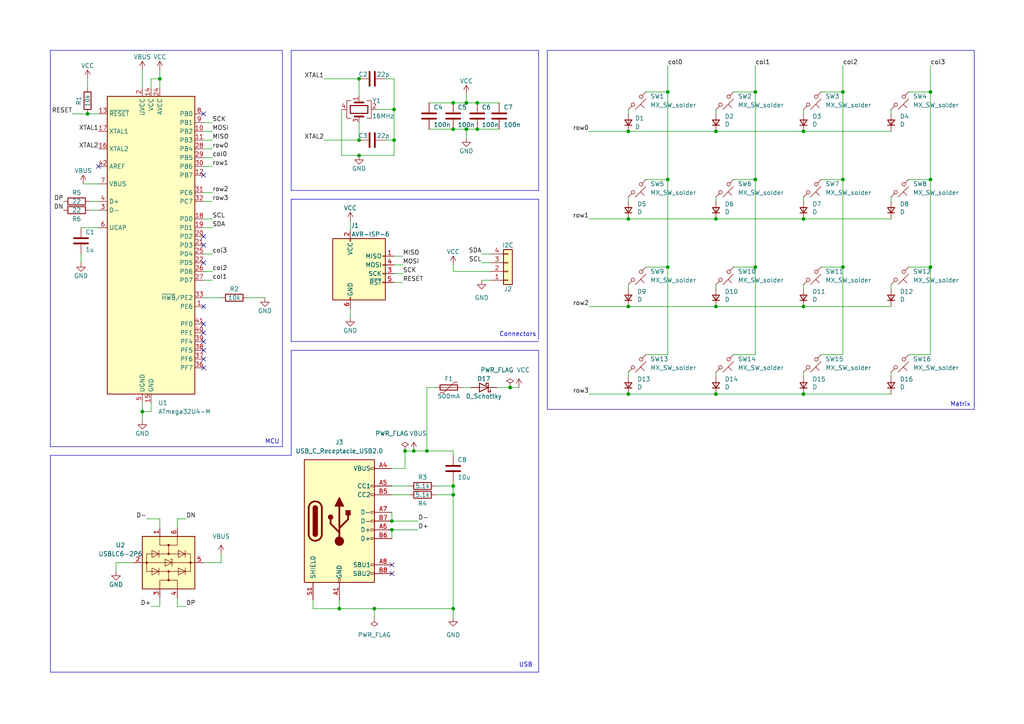
<source format=kicad_sch>
(kicad_sch (version 20230121) (generator eeschema)
  (paper "A4")
  (title_block (title "SIMP") (date "2023-05-16") (rev "1.0.0") (company "leonbcode") (comment 1 "simple macropad"))
  (lib_symbols
    (symbol "Connector:AVR-ISP-6" (pin_names (offset 1.016))
      (property "Reference" "J" (at -6.35 11.43 0))
      (property "Value" "AVR-ISP-6" (at 0 11.43 0))
      (symbol "AVR-ISP-6_0_1"
        (rectangle (start -2.667 -6.858) (end -2.413 -7.62))
        (rectangle (start -2.667 10.16) (end -2.413 9.398))
        (rectangle (start 7.62 -2.413) (end 6.858 -2.667))
        (rectangle (start 7.62 0.127) (end 6.858 -0.127))
        (rectangle (start 7.62 2.667) (end 6.858 2.413))
        (rectangle (start 7.62 5.207) (end 6.858 4.953))
        (rectangle (start 7.62 10.16) (end -7.62 -7.62) (stroke (width 0.254)) (fill (type background)))
      )
      (symbol "AVR-ISP-6_1_1"
        (pin passive line (at 10.16 5.08 180) (length 2.54) (name "MISO") (number "1"))
        (pin passive line (at -2.54 12.7 270) (length 2.54) (name "VCC") (number "2"))
        (pin passive line (at 10.16 0 180) (length 2.54) (name "SCK") (number "3"))
        (pin passive line (at 10.16 2.54 180) (length 2.54) (name "MOSI") (number "4"))
        (pin passive line (at 10.16 -2.54 180) (length 2.54) (name "~{RST}") (number "5"))
        (pin passive line (at -2.54 -10.16 90) (length 2.54) (name "GND") (number "6"))
      )
    )
    (symbol "Connector:USB_C_Receptacle_USB2.0" (pin_names (offset 1.016))
      (property "Reference" "J" (at -10.16 19.05 0))
      (property "Value" "USB_C_Receptacle_USB2.0" (at 19.05 19.05 0))
      (symbol "USB_C_Receptacle_USB2.0_0_0"
        (rectangle (start -0.254 -17.78) (end 0.254 -16.764))
        (rectangle (start 10.16 -14.986) (end 9.144 -15.494))
        (rectangle (start 10.16 -12.446) (end 9.144 -12.954))
        (rectangle (start 10.16 -4.826) (end 9.144 -5.334))
        (rectangle (start 10.16 -2.286) (end 9.144 -2.794))
        (rectangle (start 10.16 0.254) (end 9.144 -0.254))
        (rectangle (start 10.16 2.794) (end 9.144 2.286))
        (rectangle (start 10.16 7.874) (end 9.144 7.366))
        (rectangle (start 10.16 10.414) (end 9.144 9.906))
        (rectangle (start 10.16 15.494) (end 9.144 14.986))
      )
      (symbol "USB_C_Receptacle_USB2.0_0_1"
        (rectangle (start -10.16 17.78) (end 10.16 -17.78) (stroke (width 0.254)) (fill (type background)))
        (arc (start -8.89 -3.81) (mid -6.985 -5.7067) (end -5.08 -3.81) (stroke (width 0.508)))
        (arc (start -7.62 -3.81) (mid -6.985 -4.4423) (end -6.35 -3.81) (stroke (width 0.254)))
        (arc (start -7.62 -3.81) (mid -6.985 -4.4423) (end -6.35 -3.81) (stroke (width 0.254)) (fill (type outline)))
        (rectangle (start -7.62 -3.81) (end -6.35 3.81) (stroke (width 0.254)) (fill (type outline)))
        (arc (start -6.35 3.81) (mid -6.985 4.4423) (end -7.62 3.81) (stroke (width 0.254)))
        (arc (start -6.35 3.81) (mid -6.985 4.4423) (end -7.62 3.81) (stroke (width 0.254)) (fill (type outline)))
        (arc (start -5.08 3.81) (mid -6.985 5.7067) (end -8.89 3.81) (stroke (width 0.508)))
        (circle (center -2.54 1.143) (radius 0.635) (stroke (width 0.254)) (fill (type outline)))
        (circle (center 0 -5.842) (radius 1.27) (fill (type outline)))
        (polyline (pts (xy -8.89 -3.81) (xy -8.89 3.81)) (stroke (width 0.508)))
        (polyline (pts (xy -5.08 3.81) (xy -5.08 -3.81)) (stroke (width 0.508)))
        (polyline (pts (xy 0 -5.842) (xy 0 4.318)) (stroke (width 0.508)))
        (polyline (pts (xy 0 -3.302) (xy -2.54 -0.762) (xy -2.54 0.508)) (stroke (width 0.508)))
        (polyline (pts (xy 0 -2.032) (xy 2.54 0.508) (xy 2.54 1.778)) (stroke (width 0.508)))
        (polyline (pts (xy -1.27 4.318) (xy 0 6.858) (xy 1.27 4.318) (xy -1.27 4.318)) (stroke (width 0.254)) (fill (type outline)))
        (rectangle (start 1.905 1.778) (end 3.175 3.048) (stroke (width 0.254)) (fill (type outline)))
      )
      (symbol "USB_C_Receptacle_USB2.0_1_1"
        (pin passive line (at 0 -22.86 90) (length 5.08) (name "GND") (number "A1"))
        (pin passive line (at 0 -22.86 90) (length 5.08) hide (name "GND") (number "A12"))
        (pin passive line (at 15.24 15.24 180) (length 5.08) (name "VBUS") (number "A4"))
        (pin bidirectional line (at 15.24 10.16 180) (length 5.08) (name "CC1") (number "A5"))
        (pin bidirectional line (at 15.24 -2.54 180) (length 5.08) (name "D+") (number "A6"))
        (pin bidirectional line (at 15.24 2.54 180) (length 5.08) (name "D-") (number "A7"))
        (pin bidirectional line (at 15.24 -12.7 180) (length 5.08) (name "SBU1") (number "A8"))
        (pin passive line (at 15.24 15.24 180) (length 5.08) hide (name "VBUS") (number "A9"))
        (pin passive line (at 0 -22.86 90) (length 5.08) hide (name "GND") (number "B1"))
        (pin passive line (at 0 -22.86 90) (length 5.08) hide (name "GND") (number "B12"))
        (pin passive line (at 15.24 15.24 180) (length 5.08) hide (name "VBUS") (number "B4"))
        (pin bidirectional line (at 15.24 7.62 180) (length 5.08) (name "CC2") (number "B5"))
        (pin bidirectional line (at 15.24 -5.08 180) (length 5.08) (name "D+") (number "B6"))
        (pin bidirectional line (at 15.24 0 180) (length 5.08) (name "D-") (number "B7"))
        (pin bidirectional line (at 15.24 -15.24 180) (length 5.08) (name "SBU2") (number "B8"))
        (pin passive line (at 15.24 15.24 180) (length 5.08) hide (name "VBUS") (number "B9"))
        (pin passive line (at -7.62 -22.86 90) (length 5.08) (name "SHIELD") (number "S1"))
      )
    )
    (symbol "Connector_Generic:Conn_01x04" (pin_names (offset 1.016) hide)
      (property "Reference" "J" (at 0 5.08 0))
      (property "Value" "Conn_01x04" (at 0 -7.62 0))
      (symbol "Conn_01x04_1_1"
        (rectangle (start -1.27 -4.953) (end 0 -5.207) (stroke (width 0.1524)))
        (rectangle (start -1.27 -2.413) (end 0 -2.667) (stroke (width 0.1524)))
        (rectangle (start -1.27 0.127) (end 0 -0.127) (stroke (width 0.1524)))
        (rectangle (start -1.27 2.667) (end 0 2.413) (stroke (width 0.1524)))
        (rectangle (start -1.27 3.81) (end 1.27 -6.35) (stroke (width 0.254)) (fill (type background)))
        (pin passive line (at -5.08 2.54 0) (length 3.81) (name "Pin_1") (number "1"))
        (pin passive line (at -5.08 0 0) (length 3.81) (name "Pin_2") (number "2"))
        (pin passive line (at -5.08 -2.54 0) (length 3.81) (name "Pin_3") (number "3"))
        (pin passive line (at -5.08 -5.08 0) (length 3.81) (name "Pin_4") (number "4"))
      )
    )
    (symbol "Device:C" (pin_numbers hide) (pin_names (offset 0.254))
      (property "Reference" "C" (at 0.635 2.54 0))
      (property "Value" "C" (at 0.635 -2.54 0))
      (symbol "C_0_1"
        (polyline (pts (xy -2.032 -0.762) (xy 2.032 -0.762)) (stroke (width 0.508)))
        (polyline (pts (xy -2.032 0.762) (xy 2.032 0.762)) (stroke (width 0.508)))
      )
      (symbol "C_1_1"
        (pin passive line (at 0 3.81 270) (length 2.794) (name "~") (number "1"))
        (pin passive line (at 0 -3.81 90) (length 2.794) (name "~") (number "2"))
      )
    )
    (symbol "Device:Crystal_GND24" (pin_names (offset 1.016) hide)
      (property "Reference" "Y" (at 3.175 5.08 0))
      (property "Value" "Crystal_GND24" (at 3.175 3.175 0))
      (symbol "Crystal_GND24_0_1"
        (rectangle (start -1.143 2.54) (end 1.143 -2.54) (stroke (width 0.3048)))
        (polyline (pts (xy -2.54 0) (xy -2.032 0)))
        (polyline (pts (xy -2.032 -1.27) (xy -2.032 1.27)) (stroke (width 0.508)))
        (polyline (pts (xy 0 -3.81) (xy 0 -3.556)))
        (polyline (pts (xy 0 3.556) (xy 0 3.81)))
        (polyline (pts (xy 2.032 -1.27) (xy 2.032 1.27)) (stroke (width 0.508)))
        (polyline (pts (xy 2.032 0) (xy 2.54 0)))
        (polyline (pts (xy -2.54 -2.286) (xy -2.54 -3.556) (xy 2.54 -3.556) (xy 2.54 -2.286)))
        (polyline (pts (xy -2.54 2.286) (xy -2.54 3.556) (xy 2.54 3.556) (xy 2.54 2.286)))
      )
      (symbol "Crystal_GND24_1_1"
        (pin passive line (at -3.81 0 0) (length 1.27) (name "1") (number "1"))
        (pin passive line (at 0 5.08 270) (length 1.27) (name "2") (number "2"))
        (pin passive line (at 3.81 0 180) (length 1.27) (name "3") (number "3"))
        (pin passive line (at 0 -5.08 90) (length 1.27) (name "4") (number "4"))
      )
    )
    (symbol "Device:D_Schottky" (pin_numbers hide) (pin_names (offset 1.016) hide)
      (property "Reference" "D" (at 0 2.54 0))
      (property "Value" "D_Schottky" (at 0 -2.54 0))
      (symbol "D_Schottky_0_1"
        (polyline (pts (xy 1.27 0) (xy -1.27 0)))
        (polyline (pts (xy 1.27 1.27) (xy 1.27 -1.27) (xy -1.27 0) (xy 1.27 1.27)) (stroke (width 0.254)))
        (polyline (pts (xy -1.905 0.635) (xy -1.905 1.27) (xy -1.27 1.27) (xy -1.27 -1.27) (xy -0.635 -1.27) (xy -0.635 -0.635)) (stroke (width 0.254)))
      )
      (symbol "D_Schottky_1_1"
        (pin passive line (at -3.81 0 0) (length 2.54) (name "K") (number "1"))
        (pin passive line (at 3.81 0 180) (length 2.54) (name "A") (number "2"))
      )
    )
    (symbol "Device:D_Small" (pin_numbers hide) (pin_names (offset 0.254) hide)
      (property "Reference" "D" (at -1.27 2.032 0))
      (property "Value" "D_Small" (at -3.81 -2.032 0))
      (symbol "D_Small_0_1"
        (polyline (pts (xy -0.762 -1.016) (xy -0.762 1.016)) (stroke (width 0.254)))
        (polyline (pts (xy -0.762 0) (xy 0.762 0)))
        (polyline (pts (xy 0.762 -1.016) (xy -0.762 0) (xy 0.762 1.016) (xy 0.762 -1.016)) (stroke (width 0.254)))
      )
      (symbol "D_Small_1_1"
        (pin passive line (at -2.54 0 0) (length 1.778) (name "K") (number "1"))
        (pin passive line (at 2.54 0 180) (length 1.778) (name "A") (number "2"))
      )
    )
    (symbol "Device:Polyfuse" (pin_numbers hide) (pin_names (offset 0))
      (property "Reference" "F" (at -2.54 0 90))
      (property "Value" "Polyfuse" (at 2.54 0 90))
      (symbol "Polyfuse_0_1"
        (rectangle (start -0.762 2.54) (end 0.762 -2.54) (stroke (width 0.254)))
        (polyline (pts (xy 0 2.54) (xy 0 -2.54)))
        (polyline (pts (xy -1.524 2.54) (xy -1.524 1.524) (xy 1.524 -1.524) (xy 1.524 -2.54)))
      )
      (symbol "Polyfuse_1_1"
        (pin passive line (at 0 3.81 270) (length 1.27) (name "~") (number "1"))
        (pin passive line (at 0 -3.81 90) (length 1.27) (name "~") (number "2"))
      )
    )
    (symbol "Device:R" (pin_numbers hide) (pin_names (offset 0))
      (property "Reference" "R" (at 2.032 0 90))
      (property "Value" "R" (at 0 0 90))
      (symbol "R_0_1"
        (rectangle (start -1.016 -2.54) (end 1.016 2.54) (stroke (width 0.254)))
      )
      (symbol "R_1_1"
        (pin passive line (at 0 3.81 270) (length 1.27) (name "~") (number "1"))
        (pin passive line (at 0 -3.81 90) (length 1.27) (name "~") (number "2"))
      )
    )
    (symbol "MCU_Microchip_ATmega:ATmega32U4-M"
      (property "Reference" "U" (at -12.7 44.45 0))
      (property "Value" "ATmega32U4-M" (at 2.54 -44.45 0))
      (symbol "ATmega32U4-M_0_1"
        (rectangle (start -12.7 -43.18) (end 12.7 43.18) (stroke (width 0.254)) (fill (type background)))
      )
      (symbol "ATmega32U4-M_1_1"
        (pin bidirectional line (at 15.24 -17.78 180) (length 2.54) (name "PE6") (number "1"))
        (pin bidirectional line (at 15.24 33.02 180) (length 2.54) (name "PB2") (number "10"))
        (pin bidirectional line (at 15.24 30.48 180) (length 2.54) (name "PB3") (number "11"))
        (pin bidirectional line (at 15.24 20.32 180) (length 2.54) (name "PB7") (number "12"))
        (pin input line (at -15.24 38.1 0) (length 2.54) (name "~{RESET}") (number "13"))
        (pin power_in line (at 0 45.72 270) (length 2.54) (name "VCC") (number "14"))
        (pin power_in line (at 0 -45.72 90) (length 2.54) (name "GND") (number "15"))
        (pin output line (at -15.24 27.94 0) (length 2.54) (name "XTAL2") (number "16"))
        (pin input line (at -15.24 33.02 0) (length 2.54) (name "XTAL1") (number "17"))
        (pin bidirectional line (at 15.24 7.62 180) (length 2.54) (name "PD0") (number "18"))
        (pin bidirectional line (at 15.24 5.08 180) (length 2.54) (name "PD1") (number "19"))
        (pin power_in line (at -2.54 45.72 270) (length 2.54) (name "UVCC") (number "2"))
        (pin bidirectional line (at 15.24 2.54 180) (length 2.54) (name "PD2") (number "20"))
        (pin bidirectional line (at 15.24 0 180) (length 2.54) (name "PD3") (number "21"))
        (pin bidirectional line (at 15.24 -5.08 180) (length 2.54) (name "PD5") (number "22"))
        (pin passive line (at 0 -45.72 90) (length 2.54) hide (name "GND") (number "23"))
        (pin power_in line (at 2.54 45.72 270) (length 2.54) (name "AVCC") (number "24"))
        (pin bidirectional line (at 15.24 -2.54 180) (length 2.54) (name "PD4") (number "25"))
        (pin bidirectional line (at 15.24 -7.62 180) (length 2.54) (name "PD6") (number "26"))
        (pin bidirectional line (at 15.24 -10.16 180) (length 2.54) (name "PD7") (number "27"))
        (pin bidirectional line (at 15.24 27.94 180) (length 2.54) (name "PB4") (number "28"))
        (pin bidirectional line (at 15.24 25.4 180) (length 2.54) (name "PB5") (number "29"))
        (pin bidirectional line (at -15.24 10.16 0) (length 2.54) (name "D-") (number "3"))
        (pin bidirectional line (at 15.24 22.86 180) (length 2.54) (name "PB6") (number "30"))
        (pin bidirectional line (at 15.24 15.24 180) (length 2.54) (name "PC6") (number "31"))
        (pin bidirectional line (at 15.24 12.7 180) (length 2.54) (name "PC7") (number "32"))
        (pin bidirectional line (at 15.24 -15.24 180) (length 2.54) (name "~{HWB}/PE2") (number "33"))
        (pin passive line (at 0 45.72 270) (length 2.54) hide (name "VCC") (number "34"))
        (pin passive line (at 0 -45.72 90) (length 2.54) hide (name "GND") (number "35"))
        (pin bidirectional line (at 15.24 -35.56 180) (length 2.54) (name "PF7") (number "36"))
        (pin bidirectional line (at 15.24 -33.02 180) (length 2.54) (name "PF6") (number "37"))
        (pin bidirectional line (at 15.24 -30.48 180) (length 2.54) (name "PF5") (number "38"))
        (pin bidirectional line (at 15.24 -27.94 180) (length 2.54) (name "PF4") (number "39"))
        (pin bidirectional line (at -15.24 12.7 0) (length 2.54) (name "D+") (number "4"))
        (pin bidirectional line (at 15.24 -25.4 180) (length 2.54) (name "PF1") (number "40"))
        (pin bidirectional line (at 15.24 -22.86 180) (length 2.54) (name "PF0") (number "41"))
        (pin passive line (at -15.24 22.86 0) (length 2.54) (name "AREF") (number "42"))
        (pin passive line (at 0 -45.72 90) (length 2.54) hide (name "GND") (number "43"))
        (pin passive line (at 2.54 45.72 270) (length 2.54) hide (name "AVCC") (number "44"))
        (pin passive line (at 0 -45.72 90) (length 2.54) hide (name "GND") (number "45"))
        (pin passive line (at -2.54 -45.72 90) (length 2.54) (name "UGND") (number "5"))
        (pin passive line (at -15.24 5.08 0) (length 2.54) (name "UCAP") (number "6"))
        (pin input line (at -15.24 17.78 0) (length 2.54) (name "VBUS") (number "7"))
        (pin bidirectional line (at 15.24 38.1 180) (length 2.54) (name "PB0") (number "8"))
        (pin bidirectional line (at 15.24 35.56 180) (length 2.54) (name "PB1") (number "9"))
      )
    )
    (symbol "Power_Protection:USBLC6-2P6" (pin_names hide)
      (property "Reference" "U" (at 2.54 8.89 0))
      (property "Value" "USBLC6-2P6" (at 2.54 -8.89 0))
      (symbol "USBLC6-2P6_0_1"
        (rectangle (start -7.62 -7.62) (end 7.62 7.62) (stroke (width 0.254)) (fill (type background)))
        (circle (center -5.08 0) (radius 0.254) (fill (type outline)))
        (circle (center -2.54 0) (radius 0.254) (fill (type outline)))
        (rectangle (start -2.54 6.35) (end 2.54 -6.35))
        (circle (center 0 -6.35) (radius 0.254) (fill (type outline)))
        (polyline (pts (xy -5.08 -2.54) (xy -7.62 -2.54)))
        (polyline (pts (xy -5.08 0) (xy -5.08 -2.54)))
        (polyline (pts (xy -5.08 2.54) (xy -7.62 2.54)))
        (polyline (pts (xy -1.524 -2.794) (xy -3.556 -2.794)))
        (polyline (pts (xy -1.524 4.826) (xy -3.556 4.826)))
        (polyline (pts (xy 0 -7.62) (xy 0 -6.35)))
        (polyline (pts (xy 0 -6.35) (xy 0 1.27)))
        (polyline (pts (xy 0 1.27) (xy 0 6.35)))
        (polyline (pts (xy 0 6.35) (xy 0 7.62)))
        (polyline (pts (xy 1.524 -2.794) (xy 3.556 -2.794)))
        (polyline (pts (xy 1.524 4.826) (xy 3.556 4.826)))
        (polyline (pts (xy 5.08 -2.54) (xy 7.62 -2.54)))
        (polyline (pts (xy 5.08 0) (xy 5.08 -2.54)))
        (polyline (pts (xy 5.08 2.54) (xy 7.62 2.54)))
        (polyline (pts (xy -2.54 0) (xy -5.08 0) (xy -5.08 2.54)))
        (polyline (pts (xy 2.54 0) (xy 5.08 0) (xy 5.08 2.54)))
        (polyline (pts (xy -3.556 -4.826) (xy -1.524 -4.826) (xy -2.54 -2.794) (xy -3.556 -4.826)))
        (polyline (pts (xy -3.556 2.794) (xy -1.524 2.794) (xy -2.54 4.826) (xy -3.556 2.794)))
        (polyline (pts (xy -1.016 -1.016) (xy 1.016 -1.016) (xy 0 1.016) (xy -1.016 -1.016)))
        (polyline (pts (xy 1.016 1.016) (xy 0.762 1.016) (xy -1.016 1.016) (xy -1.016 0.508)))
        (polyline (pts (xy 3.556 -4.826) (xy 1.524 -4.826) (xy 2.54 -2.794) (xy 3.556 -4.826)))
        (polyline (pts (xy 3.556 2.794) (xy 1.524 2.794) (xy 2.54 4.826) (xy 3.556 2.794)))
        (circle (center 0 6.35) (radius 0.254) (fill (type outline)))
        (circle (center 2.54 0) (radius 0.254) (fill (type outline)))
        (circle (center 5.08 0) (radius 0.254) (fill (type outline)))
      )
      (symbol "USBLC6-2P6_1_1"
        (pin passive line (at -10.16 -2.54 0) (length 2.54) (name "I/O1") (number "1"))
        (pin passive line (at 0 -10.16 90) (length 2.54) (name "GND") (number "2"))
        (pin passive line (at 10.16 -2.54 180) (length 2.54) (name "I/O2") (number "3"))
        (pin passive line (at 10.16 2.54 180) (length 2.54) (name "I/O2") (number "4"))
        (pin passive line (at 0 10.16 270) (length 2.54) (name "VBUS") (number "5"))
        (pin passive line (at -10.16 2.54 0) (length 2.54) (name "I/O1") (number "6"))
      )
    )
    (symbol "marbastlib-mx:MX_SW_solder" (pin_numbers hide) (pin_names (offset 1.016) hide)
      (property "Reference" "SW" (at 3.048 1.016 0))
      (property "Value" "MX_SW_solder" (at 0 -3.81 0))
      (symbol "MX_SW_solder_0_1"
        (circle (center -1.1684 1.1684) (radius 0.508))
        (polyline (pts (xy -0.508 2.54) (xy 2.54 -0.508)))
        (polyline (pts (xy 1.016 1.016) (xy 2.032 2.032)))
        (polyline (pts (xy -2.54 2.54) (xy -1.524 1.524) (xy -1.524 1.524)))
        (polyline (pts (xy 1.524 -1.524) (xy 2.54 -2.54) (xy 2.54 -2.54) (xy 2.54 -2.54)))
        (circle (center 1.143 -1.1938) (radius 0.508))
        (pin passive line (at -2.54 2.54 0) (length 0) (name "1") (number "1"))
        (pin passive line (at 2.54 -2.54 180) (length 0) (name "2") (number "2"))
      )
    )
    (symbol "power:GND" (power) (pin_names (offset 0))
      (property "Value" "GND" (at 0 -3.81 0))
      (symbol "GND_0_1"
        (polyline (pts (xy 0 0) (xy 0 -1.27) (xy 1.27 -1.27) (xy 0 -2.54) (xy -1.27 -1.27) (xy 0 -1.27)))
      )
      (symbol "GND_1_1"
        (pin power_in line (at 0 0 270) (length 0) hide (name "GND") (number "1"))
      )
    )
    (symbol "power:PWR_FLAG" (power) (pin_numbers hide) (pin_names (offset 0) hide)
      (property "Value" "PWR_FLAG" (at 0 3.81 0))
      (symbol "PWR_FLAG_0_0"
        (pin power_out line (at 0 0 90) (length 0) (name "pwr") (number "1"))
      )
      (symbol "PWR_FLAG_0_1"
        (polyline (pts (xy 0 0) (xy 0 1.27) (xy -1.016 1.905) (xy 0 2.54) (xy 1.016 1.905) (xy 0 1.27)))
      )
    )
    (symbol "power:VBUS" (power) (pin_names (offset 0))
      (property "Value" "VBUS" (at 0 3.81 0))
      (symbol "VBUS_0_1"
        (polyline (pts (xy -0.762 1.27) (xy 0 2.54)))
        (polyline (pts (xy 0 0) (xy 0 2.54)))
        (polyline (pts (xy 0 2.54) (xy 0.762 1.27)))
      )
      (symbol "VBUS_1_1"
        (pin power_in line (at 0 0 90) (length 0) hide (name "VBUS") (number "1"))
      )
    )
    (symbol "power:VCC" (power) (pin_names (offset 0))
      (property "Value" "VCC" (at 0 3.81 0))
      (symbol "VCC_0_1"
        (polyline (pts (xy -0.762 1.27) (xy 0 2.54)))
        (polyline (pts (xy 0 0) (xy 0 2.54)))
        (polyline (pts (xy 0 2.54) (xy 0.762 1.27)))
      )
      (symbol "VCC_1_1"
        (pin power_in line (at 0 0 90) (length 0) hide (name "VCC") (number "1"))
      )
    )
  )
  (junction (at 193.675 26.67))
  (junction (at 193.675 77.47))
  (junction (at 108.585 176.53))
  (junction (at 117.475 130.81))
  (junction (at 104.14 45.085))
  (junction (at 244.475 52.07))
  (junction (at 131.445 29.845))
  (junction (at 182.245 88.9))
  (junction (at 193.675 52.07))
  (junction (at 131.445 143.51))
  (junction (at 207.645 114.3))
  (junction (at 219.075 77.47))
  (junction (at 207.645 63.5))
  (junction (at 98.425 176.53))
  (junction (at 182.245 38.1))
  (junction (at 46.355 22.86))
  (junction (at 269.875 77.47))
  (junction (at 135.255 37.465))
  (junction (at 269.875 52.07))
  (junction (at 120.015 130.81))
  (junction (at 207.645 38.1))
  (junction (at 219.075 52.07))
  (junction (at 123.825 130.81))
  (junction (at 25.4 33.02))
  (junction (at 147.955 112.395))
  (junction (at 244.475 26.67))
  (junction (at 104.14 22.86))
  (junction (at 131.445 176.53))
  (junction (at 233.045 114.3))
  (junction (at 207.645 88.9))
  (junction (at 131.445 37.465))
  (junction (at 182.245 63.5))
  (junction (at 135.255 29.845))
  (junction (at 114.3 40.64))
  (junction (at 113.665 153.67))
  (junction (at 113.665 151.13))
  (junction (at 269.875 26.67))
  (junction (at 219.075 26.67))
  (junction (at 182.245 114.3))
  (junction (at 104.14 40.64))
  (junction (at 244.475 77.47))
  (junction (at 41.275 119.38))
  (junction (at 233.045 88.9))
  (junction (at 138.43 29.845))
  (junction (at 233.045 63.5))
  (junction (at 233.045 38.1))
  (junction (at 138.43 37.465))
  (junction (at 131.445 140.97))
  (junction (at 114.3 31.75))
  (no_connect (at 59.055 33.02))
  (no_connect (at 113.665 163.83))
  (no_connect (at 59.055 88.9))
  (no_connect (at 113.665 166.37))
  (no_connect (at 59.055 96.52))
  (no_connect (at 59.055 71.12))
  (no_connect (at 59.055 101.6))
  (no_connect (at 59.055 76.2))
  (no_connect (at 59.055 99.06))
  (no_connect (at 28.575 48.26))
  (no_connect (at 59.055 106.68))
  (no_connect (at 59.055 68.58))
  (no_connect (at 59.055 104.14))
  (no_connect (at 59.055 93.98))
  (no_connect (at 59.055 50.8))
  (wire (pts (xy 90.805 173.99) (xy 90.805 176.53)))
  (wire (pts (xy 113.665 135.89) (xy 117.475 135.89)))
  (wire (pts (xy 182.245 38.1) (xy 207.645 38.1)))
  (wire (pts (xy 187.325 52.07) (xy 193.675 52.07)))
  (wire (pts (xy 43.815 22.86) (xy 46.355 22.86)))
  (wire (pts (xy 25.4 33.02) (xy 28.575 33.02)))
  (wire (pts (xy 98.425 176.53) (xy 108.585 176.53)))
  (wire (pts (xy 131.445 179.07) (xy 131.445 176.53)))
  (wire (pts (xy 207.645 114.3) (xy 233.045 114.3)))
  (wire (pts (xy 90.805 176.53) (xy 98.425 176.53)))
  (wire (pts (xy 108.585 179.07) (xy 108.585 176.53)))
  (wire (pts (xy 59.055 35.56) (xy 61.595 35.56)))
  (wire (pts (xy 26.035 60.96) (xy 28.575 60.96)))
  (wire (pts (xy 46.355 173.355) (xy 46.355 175.895)))
  (wire (pts (xy 207.645 31.75) (xy 207.645 33.02)))
  (wire (pts (xy 269.875 19.05) (xy 269.875 26.67)))
  (polyline (pts (xy 156.21 101.6) (xy 156.21 194.945)))
  (wire (pts (xy 113.665 143.51) (xy 118.745 143.51)))
  (wire (pts (xy 46.355 20.32) (xy 46.355 22.86)))
  (wire (pts (xy 113.665 140.97) (xy 118.745 140.97)))
  (wire (pts (xy 131.445 139.7) (xy 131.445 140.97)))
  (wire (pts (xy 109.22 31.75) (xy 114.3 31.75)))
  (wire (pts (xy 59.055 48.26) (xy 61.595 48.26)))
  (wire (pts (xy 59.055 43.18) (xy 61.595 43.18)))
  (wire (pts (xy 135.255 29.845) (xy 138.43 29.845)))
  (wire (pts (xy 182.245 63.5) (xy 207.645 63.5)))
  (wire (pts (xy 244.475 102.87) (xy 244.475 77.47)))
  (wire (pts (xy 138.43 29.845) (xy 144.78 29.845)))
  (wire (pts (xy 182.245 82.55) (xy 182.245 83.82)))
  (wire (pts (xy 144.145 112.395) (xy 147.955 112.395)))
  (wire (pts (xy 193.675 102.87) (xy 193.675 77.47)))
  (wire (pts (xy 238.125 26.67) (xy 244.475 26.67)))
  (wire (pts (xy 114.3 74.295) (xy 116.84 74.295)))
  (wire (pts (xy 139.7 76.2) (xy 142.24 76.2)))
  (wire (pts (xy 41.275 20.32) (xy 41.275 25.4)))
  (wire (pts (xy 59.055 73.66) (xy 61.595 73.66)))
  (polyline (pts (xy 14.605 194.945) (xy 156.21 194.945)))
  (wire (pts (xy 59.055 163.195) (xy 64.135 163.195)))
  (wire (pts (xy 23.495 73.66) (xy 23.495 76.2)))
  (wire (pts (xy 233.045 82.55) (xy 233.045 83.82)))
  (wire (pts (xy 244.475 26.67) (xy 244.475 52.07)))
  (wire (pts (xy 212.725 102.87) (xy 219.075 102.87)))
  (polyline (pts (xy 84.455 101.6) (xy 84.455 132.08)))
  (wire (pts (xy 207.645 82.55) (xy 207.645 83.82)))
  (wire (pts (xy 187.325 102.87) (xy 193.675 102.87)))
  (polyline (pts (xy 158.75 14.605) (xy 282.575 14.605)))
  (wire (pts (xy 113.665 153.67) (xy 121.285 153.67)))
  (wire (pts (xy 101.6 89.535) (xy 101.6 92.075)))
  (wire (pts (xy 43.815 116.84) (xy 43.815 119.38)))
  (wire (pts (xy 51.435 150.495) (xy 51.435 153.035)))
  (wire (pts (xy 135.255 27.305) (xy 135.255 29.845)))
  (wire (pts (xy 104.14 35.56) (xy 104.14 40.64)))
  (wire (pts (xy 113.665 148.59) (xy 113.665 151.13)))
  (wire (pts (xy 233.045 57.15) (xy 233.045 58.42)))
  (wire (pts (xy 147.955 112.395) (xy 150.495 112.395)))
  (wire (pts (xy 182.245 88.9) (xy 207.645 88.9)))
  (wire (pts (xy 135.255 37.465) (xy 135.255 40.005)))
  (wire (pts (xy 133.985 112.395) (xy 136.525 112.395)))
  (wire (pts (xy 113.665 151.13) (xy 121.285 151.13)))
  (wire (pts (xy 187.325 77.47) (xy 193.675 77.47)))
  (wire (pts (xy 59.055 40.64) (xy 61.595 40.64)))
  (wire (pts (xy 25.4 22.86) (xy 25.4 25.4)))
  (polyline (pts (xy 282.575 14.605) (xy 282.575 118.745)))
  (wire (pts (xy 131.445 143.51) (xy 131.445 140.97)))
  (wire (pts (xy 131.445 29.845) (xy 135.255 29.845)))
  (wire (pts (xy 170.815 38.1) (xy 182.245 38.1)))
  (wire (pts (xy 238.125 52.07) (xy 244.475 52.07)))
  (wire (pts (xy 108.585 176.53) (xy 131.445 176.53)))
  (wire (pts (xy 101.6 64.135) (xy 101.6 66.675)))
  (wire (pts (xy 263.525 26.67) (xy 269.875 26.67)))
  (wire (pts (xy 233.045 88.9) (xy 258.445 88.9)))
  (wire (pts (xy 59.055 55.88) (xy 61.595 55.88)))
  (polyline (pts (xy 84.455 57.785) (xy 156.21 57.785)))
  (polyline (pts (xy 282.575 118.745) (xy 158.75 118.745)))
  (wire (pts (xy 138.43 37.465) (xy 144.78 37.465)))
  (wire (pts (xy 182.245 31.75) (xy 182.245 33.02)))
  (wire (pts (xy 131.445 132.08) (xy 131.445 130.81)))
  (wire (pts (xy 59.055 58.42) (xy 61.595 58.42)))
  (wire (pts (xy 123.825 130.81) (xy 123.825 112.395)))
  (wire (pts (xy 43.815 119.38) (xy 41.275 119.38)))
  (wire (pts (xy 33.655 163.195) (xy 38.735 163.195)))
  (polyline (pts (xy 156.21 57.785) (xy 156.21 98.425)))
  (wire (pts (xy 219.075 19.05) (xy 219.075 26.67)))
  (wire (pts (xy 117.475 130.81) (xy 120.015 130.81)))
  (wire (pts (xy 193.675 77.47) (xy 193.675 52.07)))
  (wire (pts (xy 114.3 40.64) (xy 114.3 45.085)))
  (polyline (pts (xy 14.605 129.54) (xy 81.915 129.54)))
  (wire (pts (xy 114.3 76.835) (xy 116.84 76.835)))
  (wire (pts (xy 114.3 81.915) (xy 116.84 81.915)))
  (wire (pts (xy 182.245 57.15) (xy 182.245 58.42)))
  (wire (pts (xy 263.525 52.07) (xy 269.875 52.07)))
  (wire (pts (xy 212.725 77.47) (xy 219.075 77.47)))
  (polyline (pts (xy 158.75 14.605) (xy 158.75 118.745)))
  (wire (pts (xy 131.445 130.81) (xy 123.825 130.81)))
  (wire (pts (xy 59.055 38.1) (xy 61.595 38.1)))
  (wire (pts (xy 182.245 107.95) (xy 182.245 109.22)))
  (wire (pts (xy 24.13 53.34) (xy 28.575 53.34)))
  (wire (pts (xy 269.875 77.47) (xy 269.875 52.07)))
  (wire (pts (xy 258.445 57.15) (xy 258.445 58.42)))
  (wire (pts (xy 99.06 31.75) (xy 99.06 45.085)))
  (wire (pts (xy 269.875 26.67) (xy 269.875 52.07)))
  (wire (pts (xy 139.7 73.66) (xy 142.24 73.66)))
  (wire (pts (xy 233.045 114.3) (xy 258.445 114.3)))
  (wire (pts (xy 126.365 143.51) (xy 131.445 143.51)))
  (wire (pts (xy 219.075 102.87) (xy 219.075 77.47)))
  (wire (pts (xy 131.445 78.74) (xy 131.445 76.835)))
  (wire (pts (xy 244.475 19.05) (xy 244.475 26.67)))
  (wire (pts (xy 114.3 22.86) (xy 114.3 31.75)))
  (wire (pts (xy 99.06 45.085) (xy 104.14 45.085)))
  (wire (pts (xy 93.98 40.64) (xy 104.14 40.64)))
  (wire (pts (xy 124.46 29.845) (xy 131.445 29.845)))
  (wire (pts (xy 26.035 58.42) (xy 28.575 58.42)))
  (wire (pts (xy 212.725 26.67) (xy 219.075 26.67)))
  (wire (pts (xy 117.475 130.81) (xy 117.475 135.89)))
  (wire (pts (xy 244.475 77.47) (xy 244.475 52.07)))
  (wire (pts (xy 98.425 176.53) (xy 98.425 173.99)))
  (wire (pts (xy 64.135 163.195) (xy 64.135 160.655)))
  (polyline (pts (xy 81.915 129.54) (xy 81.915 14.605)))
  (polyline (pts (xy 84.455 14.605) (xy 156.21 14.605)))
  (polyline (pts (xy 84.455 101.6) (xy 156.21 101.6)))
  (wire (pts (xy 123.825 112.395) (xy 126.365 112.395)))
  (wire (pts (xy 71.755 86.36) (xy 76.835 86.36)))
  (wire (pts (xy 207.645 107.95) (xy 207.645 109.22)))
  (wire (pts (xy 263.525 102.87) (xy 269.875 102.87)))
  (polyline (pts (xy 156.21 55.245) (xy 84.455 55.245)))
  (polyline (pts (xy 14.605 14.605) (xy 14.605 129.54)))
  (wire (pts (xy 51.435 150.495) (xy 53.975 150.495)))
  (wire (pts (xy 59.055 86.36) (xy 64.135 86.36)))
  (polyline (pts (xy 84.455 57.785) (xy 84.455 99.06)))
  (wire (pts (xy 233.045 107.95) (xy 233.045 109.22)))
  (wire (pts (xy 46.355 22.86) (xy 46.355 25.4)))
  (wire (pts (xy 51.435 175.895) (xy 53.975 175.895)))
  (wire (pts (xy 258.445 107.95) (xy 258.445 109.22)))
  (wire (pts (xy 111.76 22.86) (xy 114.3 22.86)))
  (wire (pts (xy 59.055 81.28) (xy 61.595 81.28)))
  (wire (pts (xy 41.275 119.38) (xy 41.275 121.92)))
  (wire (pts (xy 170.815 114.3) (xy 182.245 114.3)))
  (wire (pts (xy 139.7 81.28) (xy 142.24 81.28)))
  (wire (pts (xy 258.445 31.75) (xy 258.445 33.02)))
  (wire (pts (xy 187.325 26.67) (xy 193.675 26.67)))
  (wire (pts (xy 131.445 140.97) (xy 126.365 140.97)))
  (wire (pts (xy 170.815 88.9) (xy 182.245 88.9)))
  (wire (pts (xy 120.015 130.81) (xy 123.825 130.81)))
  (wire (pts (xy 238.125 77.47) (xy 244.475 77.47)))
  (wire (pts (xy 23.495 66.04) (xy 28.575 66.04)))
  (wire (pts (xy 263.525 77.47) (xy 269.875 77.47)))
  (polyline (pts (xy 14.605 14.605) (xy 81.915 14.605)))
  (polyline (pts (xy 156.21 14.605) (xy 156.21 55.245)))
  (wire (pts (xy 142.24 78.74) (xy 131.445 78.74)))
  (wire (pts (xy 113.665 156.21) (xy 113.665 153.67)))
  (wire (pts (xy 269.875 102.87) (xy 269.875 77.47)))
  (wire (pts (xy 233.045 63.5) (xy 258.445 63.5)))
  (wire (pts (xy 135.255 37.465) (xy 138.43 37.465)))
  (polyline (pts (xy 14.605 132.08) (xy 14.605 194.945)))
  (wire (pts (xy 42.545 150.495) (xy 46.355 150.495)))
  (wire (pts (xy 93.98 22.86) (xy 104.14 22.86)))
  (polyline (pts (xy 84.455 14.605) (xy 84.455 55.245)))
  (wire (pts (xy 193.675 26.67) (xy 193.675 52.07)))
  (wire (pts (xy 124.46 37.465) (xy 131.445 37.465)))
  (wire (pts (xy 51.435 173.355) (xy 51.435 175.895)))
  (wire (pts (xy 114.3 31.75) (xy 114.3 40.64)))
  (wire (pts (xy 43.815 25.4) (xy 43.815 22.86)))
  (wire (pts (xy 33.655 165.735) (xy 33.655 163.195)))
  (wire (pts (xy 207.645 63.5) (xy 233.045 63.5)))
  (wire (pts (xy 46.355 175.895) (xy 43.815 175.895)))
  (wire (pts (xy 59.055 63.5) (xy 61.595 63.5)))
  (wire (pts (xy 212.725 52.07) (xy 219.075 52.07)))
  (wire (pts (xy 207.645 88.9) (xy 233.045 88.9)))
  (wire (pts (xy 59.055 66.04) (xy 61.595 66.04)))
  (wire (pts (xy 131.445 143.51) (xy 131.445 176.53)))
  (wire (pts (xy 219.075 26.67) (xy 219.075 52.07)))
  (wire (pts (xy 238.125 102.87) (xy 244.475 102.87)))
  (wire (pts (xy 233.045 38.1) (xy 258.445 38.1)))
  (wire (pts (xy 182.245 114.3) (xy 207.645 114.3)))
  (wire (pts (xy 207.645 57.15) (xy 207.645 58.42)))
  (wire (pts (xy 219.075 77.47) (xy 219.075 52.07)))
  (wire (pts (xy 207.645 38.1) (xy 233.045 38.1)))
  (wire (pts (xy 114.3 40.64) (xy 111.76 40.64)))
  (wire (pts (xy 59.055 45.72) (xy 61.595 45.72)))
  (wire (pts (xy 114.3 79.375) (xy 116.84 79.375)))
  (wire (pts (xy 20.955 33.02) (xy 25.4 33.02)))
  (wire (pts (xy 41.275 116.84) (xy 41.275 119.38)))
  (wire (pts (xy 258.445 82.55) (xy 258.445 83.82)))
  (wire (pts (xy 46.355 150.495) (xy 46.355 153.035)))
  (wire (pts (xy 104.14 22.86) (xy 104.14 27.94)))
  (wire (pts (xy 131.445 37.465) (xy 135.255 37.465)))
  (wire (pts (xy 59.055 78.74) (xy 61.595 78.74)))
  (wire (pts (xy 170.815 63.5) (xy 182.245 63.5)))
  (wire (pts (xy 193.675 19.05) (xy 193.675 26.67)))
  (polyline (pts (xy 84.455 132.08) (xy 14.605 132.08)))
  (wire (pts (xy 104.14 45.085) (xy 114.3 45.085)))
  (polyline (pts (xy 156.21 99.06) (xy 84.455 99.06)))
  (wire (pts (xy 233.045 31.75) (xy 233.045 33.02)))
  (text "Matrix" (at 275.59 118.11 0) (effects (font (size 1.27 1.27)) (justify left bottom)))
  (text "Connectors" (at 144.78 97.79 0) (effects (font (size 1.27 1.27)) (justify left bottom)))
  (text "USB" (at 150.495 193.675 0) (effects (font (size 1.27 1.27)) (justify left bottom)))
  (text "MCU" (at 76.835 128.905 0) (effects (font (size 1.27 1.27)) (justify left bottom)))
  (label "DP" (at 18.415 58.42 180))
  (label "D-" (at 121.285 151.13 0))
  (label "col1" (at 219.075 19.05 0))
  (label "SDA" (at 139.7 73.66 180))
  (label "col3" (at 61.595 73.66 0))
  (label "SDA" (at 61.595 66.04 0))
  (label "MISO" (at 61.595 40.64 0))
  (label "XTAL2" (at 28.575 43.18 180))
  (label "SCL" (at 139.7 76.2 180))
  (label "col3" (at 269.875 19.05 0))
  (label "row3" (at 61.595 58.42 0))
  (label "col0" (at 61.595 45.72 0))
  (label "row1" (at 170.815 63.5 180))
  (label "col2" (at 61.595 78.74 0))
  (label "RESET" (at 116.84 81.915 0))
  (label "DN" (at 18.415 60.96 180))
  (label "MOSI" (at 61.595 38.1 0))
  (label "SCK" (at 61.595 35.56 0))
  (label "D+" (at 121.285 153.67 0))
  (label "DN" (at 53.975 150.495 0))
  (label "row2" (at 61.595 55.88 0))
  (label "MOSI" (at 116.84 76.835 0))
  (label "D-" (at 42.545 150.495 180))
  (label "row1" (at 61.595 48.26 0))
  (label "D+" (at 43.815 175.895 180))
  (label "col2" (at 244.475 19.05 0))
  (label "row3" (at 170.815 114.3 180))
  (label "XTAL2" (at 93.98 40.64 180))
  (label "SCK" (at 116.84 79.375 0))
  (label "XTAL1" (at 93.98 22.86 180))
  (label "row0" (at 170.815 38.1 180))
  (label "XTAL1" (at 28.575 38.1 180))
  (label "RESET" (at 20.955 33.02 180))
  (label "row2" (at 170.815 88.9 180))
  (label "DP" (at 53.975 175.895 0))
  (label "SCL" (at 61.595 63.5 0))
  (label "col1" (at 61.595 81.28 0))
  (label "row0" (at 61.595 43.18 0))
  (label "col0" (at 193.675 19.05 0))
  (label "MISO" (at 116.84 74.295 0))
  (symbol (lib_id "marbastlib-mx:MX_SW_solder") (at 260.985 54.61 270) (unit 1)
    (property "Reference" "SW8" (at 264.795 53.3399 90) (effects (justify left)))
    (property "Value" "MX_SW_solder" (at 264.795 55.8799 90) (effects (justify left)))
    (property "Footprint" "marbastlib-mx:SW_MX_1u" (effects hide))
  )
  (symbol (lib_id "Device:D_Small") (at 233.045 35.56 90) (unit 1)
    (property "Reference" "D3" (at 235.585 33.782 90) (effects (justify right)))
    (property "Value" "D" (at 235.585 36.068 90) (effects (justify right)))
    (property "Footprint" "Diode_SMD:D_SOD-123" (effects hide))
    (property "LCSC" "C81598" (effects hide))
  )
  (symbol (lib_id "power:GND") (at 41.275 121.92 0) (unit 1)
    (property "Reference" "#PWR05" (effects hide))
    (property "Value" "GND" (at 41.275 125.73 0))
  )
  (symbol (lib_id "Device:D_Small") (at 182.245 60.96 90) (unit 1)
    (property "Reference" "D5" (at 184.785 59.182 90) (effects (justify right)))
    (property "Value" "D" (at 184.785 61.468 90) (effects (justify right)))
    (property "Footprint" "Diode_SMD:D_SOD-123" (effects hide))
    (property "LCSC" "C81598" (effects hide))
  )
  (symbol (lib_id "Device:D_Small") (at 207.645 86.36 90) (unit 1)
    (property "Reference" "D10" (at 210.185 84.582 90) (effects (justify right)))
    (property "Value" "D" (at 210.185 86.868 90) (effects (justify right)))
    (property "Footprint" "Diode_SMD:D_SOD-123" (effects hide))
    (property "LCSC" "C81598" (effects hide))
  )
  (symbol (lib_id "marbastlib-mx:MX_SW_solder") (at 260.985 29.21 270) (unit 1)
    (property "Reference" "SW4" (at 264.795 27.9399 90) (effects (justify left)))
    (property "Value" "MX_SW_solder" (at 264.795 30.4799 90) (effects (justify left)))
    (property "Footprint" "marbastlib-mx:SW_MX_1u" (effects hide))
  )
  (symbol (lib_id "Device:C") (at 107.95 22.86 90) (unit 1)
    (property "Reference" "C2" (at 106.68 21.59 90) (effects (justify left)))
    (property "Value" "22p" (at 113.03 21.59 90) (effects (justify left)))
    (property "Footprint" "Capacitor_SMD:C_0603_1608Metric" (effects hide))
  )
  (symbol (lib_id "marbastlib-mx:MX_SW_solder") (at 235.585 105.41 270) (unit 1)
    (property "Reference" "SW15" (at 239.395 104.1399 90) (effects (justify left)))
    (property "Value" "MX_SW_solder" (at 239.395 106.6799 90) (effects (justify left)))
    (property "Footprint" "marbastlib-mx:SW_MX_1u" (effects hide))
  )
  (symbol (lib_id "Device:D_Schottky") (at 140.335 112.395 180) (unit 1)
    (property "Reference" "D17" (at 140.335 109.855 0))
    (property "Value" "D_Schottky" (at 140.335 114.935 0))
    (property "Footprint" "Diode_SMD:D_SOD-123F" (effects hide))
  )
  (symbol (lib_id "Device:D_Small") (at 258.445 86.36 90) (unit 1)
    (property "Reference" "D12" (at 260.985 84.582 90) (effects (justify right)))
    (property "Value" "D" (at 260.985 86.868 90) (effects (justify right)))
    (property "Footprint" "Diode_SMD:D_SOD-123" (effects hide))
    (property "LCSC" "C81598" (effects hide))
  )
  (symbol (lib_id "Device:D_Small") (at 182.245 35.56 90) (unit 1)
    (property "Reference" "D1" (at 184.15 34.2899 90) (effects (justify right)))
    (property "Value" "D" (at 184.15 36.8299 90) (effects (justify right)))
    (property "Footprint" "Diode_SMD:D_SOD-123" (effects hide))
    (property "LCSC" "C81598" (effects hide))
  )
  (symbol (lib_id "marbastlib-mx:MX_SW_solder") (at 184.785 80.01 270) (unit 1)
    (property "Reference" "SW9" (at 188.595 78.7399 90) (effects (justify left)))
    (property "Value" "MX_SW_solder" (at 188.595 81.2799 90) (effects (justify left)))
    (property "Footprint" "marbastlib-mx:SW_MX_1u" (effects hide))
  )
  (symbol (lib_id "Device:D_Small") (at 233.045 60.96 90) (unit 1)
    (property "Reference" "D7" (at 235.585 59.182 90) (effects (justify right)))
    (property "Value" "D" (at 235.585 61.468 90) (effects (justify right)))
    (property "Footprint" "Diode_SMD:D_SOD-123" (effects hide))
    (property "LCSC" "C81598" (effects hide))
  )
  (symbol (lib_id "power:GND") (at 135.255 40.005 0) (unit 1)
    (property "Reference" "#PWR014" (effects hide))
    (property "Value" "GND" (at 135.255 43.815 0))
  )
  (symbol (lib_id "Power_Protection:USBLC6-2P6") (at 48.895 163.195 270) (unit 1)
    (property "Reference" "U2" (at 34.925 158.115 90))
    (property "Value" "USBLC6-2P6" (at 34.925 160.655 90))
    (property "Footprint" "Package_TO_SOT_SMD:SOT-666" (effects hide))
    (property "Datasheet" "https://www.st.com/resource/en/datasheet/usblc6-2.pdf" (effects hide))
  )
  (symbol (lib_id "power:VCC") (at 101.6 64.135 0) (unit 1)
    (property "Reference" "#PWR08" (effects hide))
    (property "Value" "VCC" (at 101.6 60.325 0))
  )
  (symbol (lib_id "Device:D_Small") (at 233.045 86.36 90) (unit 1)
    (property "Reference" "D11" (at 235.585 84.582 90) (effects (justify right)))
    (property "Value" "D" (at 235.585 86.868 90) (effects (justify right)))
    (property "Footprint" "Diode_SMD:D_SOD-123" (effects hide))
    (property "LCSC" "C81598" (effects hide))
  )
  (symbol (lib_id "Device:D_Small") (at 207.645 35.56 90) (unit 1)
    (property "Reference" "D2" (at 210.185 33.782 90) (effects (justify right)))
    (property "Value" "D" (at 210.185 36.068 90) (effects (justify right)))
    (property "Footprint" "Diode_SMD:D_SOD-123" (effects hide))
    (property "LCSC" "C81598" (effects hide))
  )
  (symbol (lib_id "Device:R") (at 122.555 140.97 90) (unit 1)
    (property "Reference" "R3" (at 122.555 138.43 90))
    (property "Value" "5.1k" (at 122.555 140.97 90))
    (property "Footprint" "Resistor_SMD:R_0603_1608Metric" (effects hide))
  )
  (symbol (lib_id "power:VCC") (at 46.355 20.32 0) (unit 1)
    (property "Reference" "#PWR06" (effects hide))
    (property "Value" "VCC" (at 46.355 16.51 0))
  )
  (symbol (lib_id "marbastlib-mx:MX_SW_solder") (at 184.785 29.21 270) (unit 1)
    (property "Reference" "SW1" (at 188.595 27.9399 90) (effects (justify left)))
    (property "Value" "MX_SW_solder" (at 188.595 30.4799 90) (effects (justify left)))
    (property "Footprint" "marbastlib-mx:SW_MX_1u" (effects hide))
  )
  (symbol (lib_id "power:GND") (at 131.445 179.07 0) (unit 1)
    (property "Reference" "#PWR016" (effects hide))
    (property "Value" "GND" (at 131.445 184.15 0))
  )
  (symbol (lib_id "Device:C") (at 138.43 33.655 0) (unit 1)
    (property "Reference" "C6" (at 139.7 31.115 0) (effects (justify left)))
    (property "Value" "100n" (at 139.7 36.195 0) (effects (justify left)))
    (property "Footprint" "Capacitor_SMD:C_0603_1608Metric" (effects hide))
  )
  (symbol (lib_id "power:VCC") (at 150.495 112.395 0) (unit 1)
    (property "Reference" "#PWR018" (effects hide))
    (property "Value" "VCC" (at 151.765 107.315 0))
  )
  (symbol (lib_id "Device:C") (at 144.78 33.655 0) (unit 1)
    (property "Reference" "C7" (at 146.05 31.115 0) (effects (justify left)))
    (property "Value" "100n" (at 146.05 36.195 0) (effects (justify left)))
    (property "Footprint" "Capacitor_SMD:C_0603_1608Metric" (effects hide))
  )
  (symbol (lib_id "power:VBUS") (at 64.135 160.655 0) (unit 1)
    (property "Reference" "#PWR019" (effects hide))
    (property "Value" "VBUS" (at 64.135 155.575 0))
  )
  (symbol (lib_id "marbastlib-mx:MX_SW_solder") (at 260.985 105.41 270) (unit 1)
    (property "Reference" "SW16" (at 264.795 104.1399 90) (effects (justify left)))
    (property "Value" "MX_SW_solder" (at 264.795 106.6799 90) (effects (justify left)))
    (property "Footprint" "marbastlib-mx:SW_MX_1u" (effects hide))
  )
  (symbol (lib_id "Connector:USB_C_Receptacle_USB2.0") (at 98.425 151.13 0) (unit 1)
    (property "Reference" "J3" (at 98.425 128.27 0))
    (property "Value" "USB_C_Receptacle_USB2.0" (at 98.425 130.81 0))
    (property "Footprint" "Connector_USB:USB_C_Receptacle_HRO_TYPE-C-31-M-12" (effects hide))
    (property "Datasheet" "https://www.usb.org/sites/default/files/documents/usb_type-c.zip" (effects hide))
  )
  (symbol (lib_id "power:GND") (at 33.655 165.735 0) (unit 1)
    (property "Reference" "#PWR017" (effects hide))
    (property "Value" "GND" (at 33.655 169.545 0))
  )
  (symbol (lib_id "Device:D_Small") (at 258.445 60.96 90) (unit 1)
    (property "Reference" "D8" (at 260.985 59.182 90) (effects (justify right)))
    (property "Value" "D" (at 260.985 61.468 90) (effects (justify right)))
    (property "Footprint" "Diode_SMD:D_SOD-123" (effects hide))
    (property "LCSC" "C81598" (effects hide))
  )
  (symbol (lib_id "Device:C") (at 23.495 69.85 0) (unit 1)
    (property "Reference" "C1" (at 24.765 67.31 0) (effects (justify left)))
    (property "Value" "1u" (at 24.765 72.39 0) (effects (justify left)))
    (property "Footprint" "Capacitor_SMD:C_0603_1608Metric" (effects hide))
  )
  (symbol (lib_id "Device:R") (at 22.225 58.42 90) (unit 1)
    (property "Reference" "R5" (at 22.225 55.88 90))
    (property "Value" "22" (at 22.225 58.42 90))
    (property "Footprint" "Resistor_SMD:R_0603_1608Metric" (effects hide))
  )
  (symbol (lib_id "power:GND") (at 104.14 45.085 0) (unit 1)
    (property "Reference" "#PWR010" (effects hide))
    (property "Value" "GND" (at 104.14 48.895 0))
  )
  (symbol (lib_id "Device:D_Small") (at 233.045 111.76 90) (unit 1)
    (property "Reference" "D15" (at 235.585 109.982 90) (effects (justify right)))
    (property "Value" "D" (at 235.585 112.268 90) (effects (justify right)))
    (property "Footprint" "Diode_SMD:D_SOD-123" (effects hide))
    (property "LCSC" "C81598" (effects hide))
  )
  (symbol (lib_id "power:VCC") (at 25.4 22.86 0) (unit 1)
    (property "Reference" "#PWR03" (effects hide))
    (property "Value" "VCC" (at 25.4 19.05 0))
  )
  (symbol (lib_id "power:GND") (at 76.835 86.36 0) (unit 1)
    (property "Reference" "#PWR07" (effects hide))
    (property "Value" "GND" (at 76.835 90.17 0))
  )
  (symbol (lib_id "Device:R") (at 67.945 86.36 90) (unit 1)
    (property "Reference" "R2" (at 67.945 83.82 90))
    (property "Value" "10k" (at 67.945 86.36 90))
    (property "Footprint" "Resistor_SMD:R_0603_1608Metric" (effects hide))
  )
  (symbol (lib_id "power:VCC") (at 131.445 76.835 0) (unit 1)
    (property "Reference" "#PWR0101" (effects hide))
    (property "Value" "VCC" (at 131.445 73.025 0))
  )
  (symbol (lib_id "Connector:AVR-ISP-6") (at 104.14 79.375 0) (unit 1)
    (property "Reference" "J1" (at 104.14 65.405 0) (effects (justify right)))
    (property "Value" "AVR-ISP-6" (at 113.03 67.945 0) (effects (justify right)))
    (property "Footprint" "Connector_PinSocket_2.54mm:PinSocket_2x03_P2.54mm_Vertical" (effects hide))
    (property "Datasheet" " ~" (effects hide))
  )
  (symbol (lib_id "Device:C") (at 131.445 33.655 0) (unit 1)
    (property "Reference" "C5" (at 132.715 31.115 0) (effects (justify left)))
    (property "Value" "100n" (at 132.715 36.195 0) (effects (justify left)))
    (property "Footprint" "Capacitor_SMD:C_0603_1608Metric" (effects hide))
  )
  (symbol (lib_id "Device:R") (at 25.4 29.21 180) (unit 1)
    (property "Reference" "R1" (at 22.86 29.21 90))
    (property "Value" "10k" (at 25.4 29.21 90))
    (property "Footprint" "Resistor_SMD:R_0603_1608Metric" (effects hide))
  )
  (symbol (lib_id "power:PWR_FLAG") (at 117.475 130.81 0) (unit 1)
    (property "Reference" "#FLG02" (effects hide))
    (property "Value" "PWR_FLAG" (at 113.665 125.73 0))
  )
  (symbol (lib_id "Device:C") (at 107.95 40.64 90) (unit 1)
    (property "Reference" "C3" (at 106.68 39.37 90) (effects (justify left)))
    (property "Value" "22p" (at 113.03 39.37 90) (effects (justify left)))
    (property "Footprint" "Capacitor_SMD:C_0603_1608Metric" (effects hide))
  )
  (symbol (lib_id "power:VCC") (at 135.255 27.305 0) (unit 1)
    (property "Reference" "#PWR013" (effects hide))
    (property "Value" "VCC" (at 135.255 23.495 0))
  )
  (symbol (lib_id "Device:C") (at 124.46 33.655 0) (unit 1)
    (property "Reference" "C4" (at 125.73 31.115 0) (effects (justify left)))
    (property "Value" "100n" (at 125.73 36.195 0) (effects (justify left)))
    (property "Footprint" "Capacitor_SMD:C_0603_1608Metric" (effects hide))
  )
  (symbol (lib_id "power:GND") (at 101.6 92.075 0) (unit 1)
    (property "Reference" "#PWR09" (effects hide))
    (property "Value" "GND" (at 101.6 95.885 0))
  )
  (symbol (lib_id "Device:Crystal_GND24") (at 104.14 31.75 270) (unit 1)
    (property "Reference" "Y1" (at 109.22 29.21 90))
    (property "Value" "16MHz" (at 111.125 33.655 90))
    (property "Footprint" "Crystal:Crystal_SMD_3225-4Pin_3.2x2.5mm" (effects hide))
  )
  (symbol (lib_id "marbastlib-mx:MX_SW_solder") (at 210.185 105.41 270) (unit 1)
    (property "Reference" "SW14" (at 213.995 104.1399 90) (effects (justify left)))
    (property "Value" "MX_SW_solder" (at 213.995 106.6799 90) (effects (justify left)))
    (property "Footprint" "marbastlib-mx:SW_MX_1u" (effects hide))
  )
  (symbol (lib_id "Device:D_Small") (at 258.445 35.56 90) (unit 1)
    (property "Reference" "D4" (at 260.985 33.782 90) (effects (justify right)))
    (property "Value" "D" (at 260.985 36.068 90) (effects (justify right)))
    (property "Footprint" "Diode_SMD:D_SOD-123" (effects hide))
    (property "LCSC" "C81598" (effects hide))
  )
  (symbol (lib_id "power:VBUS") (at 41.275 20.32 0) (unit 1)
    (property "Reference" "#PWR04" (effects hide))
    (property "Value" "VBUS" (at 41.275 16.51 0))
  )
  (symbol (lib_id "marbastlib-mx:MX_SW_solder") (at 235.585 80.01 270) (unit 1)
    (property "Reference" "SW11" (at 239.395 78.7399 90) (effects (justify left)))
    (property "Value" "MX_SW_solder" (at 239.395 81.2799 90) (effects (justify left)))
    (property "Footprint" "marbastlib-mx:SW_MX_1u" (effects hide))
  )
  (symbol (lib_id "power:GND") (at 139.7 81.28 0) (unit 1)
    (property "Reference" "#PWR012" (effects hide))
    (property "Value" "GND" (at 139.7 86.36 0))
  )
  (symbol (lib_id "Device:D_Small") (at 182.245 86.36 90) (unit 1)
    (property "Reference" "D9" (at 184.785 84.582 90) (effects (justify right)))
    (property "Value" "D" (at 184.785 86.868 90) (effects (justify right)))
    (property "Footprint" "Diode_SMD:D_SOD-123" (effects hide))
    (property "LCSC" "C81598" (effects hide))
  )
  (symbol (lib_id "power:VBUS") (at 120.015 130.81 0) (unit 1)
    (property "Reference" "#PWR015" (effects hide))
    (property "Value" "VBUS" (at 121.285 125.73 0))
  )
  (symbol (lib_id "power:VBUS") (at 24.13 53.34 0) (unit 1)
    (property "Reference" "#PWR02" (effects hide))
    (property "Value" "VBUS" (at 24.13 49.53 0))
  )
  (symbol (lib_id "marbastlib-mx:MX_SW_solder") (at 235.585 29.21 270) (unit 1)
    (property "Reference" "SW3" (at 239.395 27.9399 90) (effects (justify left)))
    (property "Value" "MX_SW_solder" (at 239.395 30.4799 90) (effects (justify left)))
    (property "Footprint" "marbastlib-mx:SW_MX_1u" (effects hide))
  )
  (symbol (lib_id "Device:R") (at 122.555 143.51 90) (unit 1)
    (property "Reference" "R4" (at 122.555 146.05 90))
    (property "Value" "5.1k" (at 122.555 143.51 90))
    (property "Footprint" "Resistor_SMD:R_0603_1608Metric" (effects hide))
  )
  (symbol (lib_id "marbastlib-mx:MX_SW_solder") (at 210.185 29.21 270) (unit 1)
    (property "Reference" "SW2" (at 213.995 27.9399 90) (effects (justify left)))
    (property "Value" "MX_SW_solder" (at 213.995 30.4799 90) (effects (justify left)))
    (property "Footprint" "marbastlib-mx:SW_MX_1u" (effects hide))
  )
  (symbol (lib_id "Device:Polyfuse") (at 130.175 112.395 90) (unit 1)
    (property "Reference" "F1" (at 130.175 109.855 90))
    (property "Value" "500mA" (at 130.175 114.935 90))
    (property "Footprint" "Fuse:Fuse_0805_2012Metric" (effects hide))
  )
  (symbol (lib_id "marbastlib-mx:MX_SW_solder") (at 184.785 105.41 270) (unit 1)
    (property "Reference" "SW13" (at 188.595 104.1399 90) (effects (justify left)))
    (property "Value" "MX_SW_solder" (at 188.595 106.6799 90) (effects (justify left)))
    (property "Footprint" "marbastlib-mx:SW_MX_1u" (effects hide))
  )
  (symbol (lib_id "Device:R") (at 22.225 60.96 90) (unit 1)
    (property "Reference" "R6" (at 22.225 63.5 90))
    (property "Value" "22" (at 22.225 60.96 90))
    (property "Footprint" "Resistor_SMD:R_0603_1608Metric" (effects hide))
  )
  (symbol (lib_id "MCU_Microchip_ATmega:ATmega32U4-M") (at 43.815 71.12 0) (unit 1)
    (property "Reference" "U1" (at 45.8344 116.84 0) (effects (justify left)))
    (property "Value" "ATmega32U4-M" (at 45.8344 119.38 0) (effects (justify left)))
    (property "Footprint" "Package_DFN_QFN:QFN-44-1EP_7x7mm_P0.5mm_EP5.2x5.2mm" (effects hide))
    (property "Datasheet" "http://ww1.microchip.com/downloads/en/DeviceDoc/Atmel-7766-8-bit-AVR-ATmega16U4-32U4_Datasheet.pdf" (effects hide))
  )
  (symbol (lib_id "power:PWR_FLAG") (at 108.585 179.07 180) (unit 1)
    (property "Reference" "#FLG01" (effects hide))
    (property "Value" "PWR_FLAG" (at 108.585 184.15 0))
  )
  (symbol (lib_id "Device:D_Small") (at 207.645 60.96 90) (unit 1)
    (property "Reference" "D6" (at 210.185 59.182 90) (effects (justify right)))
    (property "Value" "D" (at 210.185 61.468 90) (effects (justify right)))
    (property "Footprint" "Diode_SMD:D_SOD-123" (effects hide))
    (property "LCSC" "C81598" (effects hide))
  )
  (symbol (lib_id "power:GND") (at 23.495 76.2 0) (unit 1)
    (property "Reference" "#PWR01" (effects hide))
    (property "Value" "GND" (at 23.495 80.01 0))
  )
  (symbol (lib_id "Device:D_Small") (at 258.445 111.76 90) (unit 1)
    (property "Reference" "D16" (at 260.985 109.982 90) (effects (justify right)))
    (property "Value" "D" (at 260.985 112.268 90) (effects (justify right)))
    (property "Footprint" "Diode_SMD:D_SOD-123" (effects hide))
    (property "LCSC" "C81598" (effects hide))
  )
  (symbol (lib_id "marbastlib-mx:MX_SW_solder") (at 235.585 54.61 270) (unit 1)
    (property "Reference" "SW7" (at 239.395 53.3399 90) (effects (justify left)))
    (property "Value" "MX_SW_solder" (at 239.395 55.8799 90) (effects (justify left)))
    (property "Footprint" "marbastlib-mx:SW_MX_1u" (effects hide))
  )
  (symbol (lib_id "marbastlib-mx:MX_SW_solder") (at 210.185 54.61 270) (unit 1)
    (property "Reference" "SW6" (at 213.995 53.3399 90) (effects (justify left)))
    (property "Value" "MX_SW_solder" (at 213.995 55.8799 90) (effects (justify left)))
    (property "Footprint" "marbastlib-mx:SW_MX_1u" (effects hide))
  )
  (symbol (lib_id "Device:D_Small") (at 182.245 111.76 90) (unit 1)
    (property "Reference" "D13" (at 184.785 109.982 90) (effects (justify right)))
    (property "Value" "D" (at 184.785 112.268 90) (effects (justify right)))
    (property "Footprint" "Diode_SMD:D_SOD-123" (effects hide))
    (property "LCSC" "C81598" (effects hide))
  )
  (symbol (lib_id "Device:C") (at 131.445 135.89 0) (unit 1)
    (property "Reference" "C8" (at 132.715 133.35 0) (effects (justify left)))
    (property "Value" "10u" (at 132.715 138.43 0) (effects (justify left)))
    (property "Footprint" "Capacitor_SMD:C_0603_1608Metric" (effects hide))
  )
  (symbol (lib_id "marbastlib-mx:MX_SW_solder") (at 184.785 54.61 270) (unit 1)
    (property "Reference" "SW5" (at 188.595 53.3399 90) (effects (justify left)))
    (property "Value" "MX_SW_solder" (at 188.595 55.8799 90) (effects (justify left)))
    (property "Footprint" "marbastlib-mx:SW_MX_1u" (effects hide))
  )
  (symbol (lib_id "Connector_Generic:Conn_01x04") (at 147.32 78.74 0) (mirror x) (unit 1)
    (property "Reference" "J2" (at 147.32 83.82 0))
    (property "Value" "I2C" (at 147.32 71.12 0))
    (property "Footprint" "Connector_PinSocket_2.54mm:PinSocket_1x04_P2.54mm_Vertical" (effects hide))
  )
  (symbol (lib_id "marbastlib-mx:MX_SW_solder") (at 260.985 80.01 270) (unit 1)
    (property "Reference" "SW12" (at 264.795 78.7399 90) (effects (justify left)))
    (property "Value" "MX_SW_solder" (at 264.795 81.2799 90) (effects (justify left)))
    (property "Footprint" "marbastlib-mx:SW_MX_1u" (effects hide))
  )
  (symbol (lib_id "marbastlib-mx:MX_SW_solder") (at 210.185 80.01 270) (unit 1)
    (property "Reference" "SW10" (at 213.995 78.7399 90) (effects (justify left)))
    (property "Value" "MX_SW_solder" (at 213.995 81.2799 90) (effects (justify left)))
    (property "Footprint" "marbastlib-mx:SW_MX_1u" (effects hide))
  )
  (symbol (lib_id "power:PWR_FLAG") (at 147.955 112.395 0) (unit 1)
    (property "Reference" "#FLG03" (effects hide))
    (property "Value" "PWR_FLAG" (at 144.145 107.315 0))
  )
  (symbol (lib_id "Device:D_Small") (at 207.645 111.76 90) (unit 1)
    (property "Reference" "D14" (at 210.185 109.982 90) (effects (justify right)))
    (property "Value" "D" (at 210.185 112.268 90) (effects (justify right)))
    (property "Footprint" "Diode_SMD:D_SOD-123" (effects hide))
    (property "LCSC" "C81598" (effects hide))
  )
)
</source>
